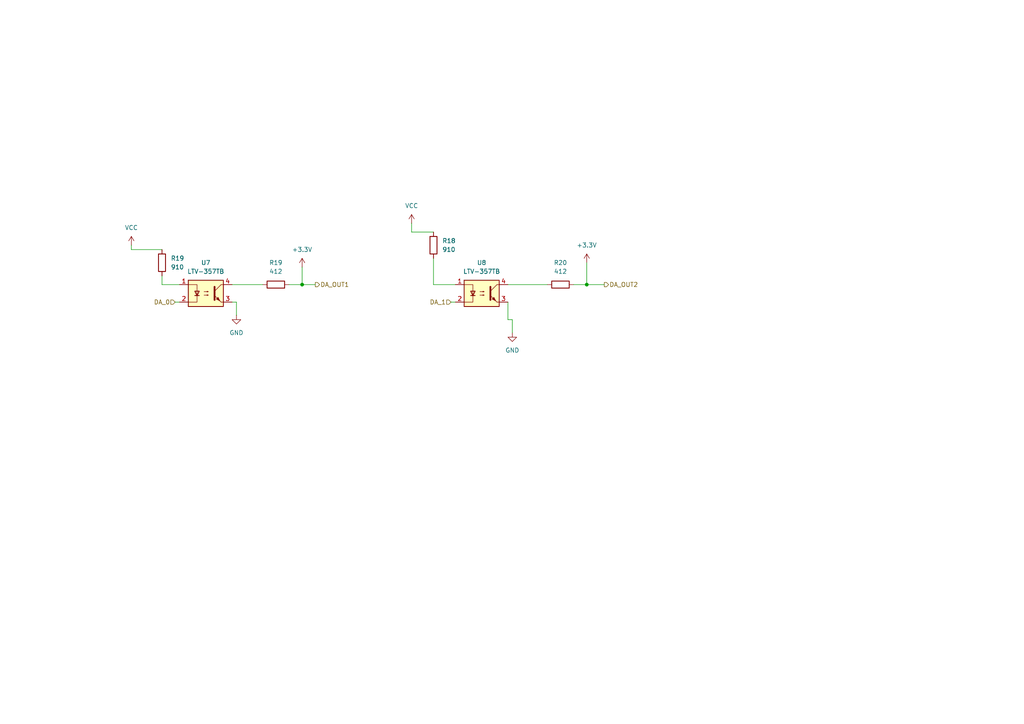
<source format=kicad_sch>
(kicad_sch
	(version 20250114)
	(generator "eeschema")
	(generator_version "9.0")
	(uuid "1fb21f7b-1020-432c-8dcb-f9fe1f4f64e9")
	(paper "A4")
	(lib_symbols
		(symbol "Device:R"
			(pin_numbers
				(hide yes)
			)
			(pin_names
				(offset 0)
			)
			(exclude_from_sim no)
			(in_bom yes)
			(on_board yes)
			(property "Reference" "R"
				(at 2.032 0 90)
				(effects
					(font
						(size 1.27 1.27)
					)
				)
			)
			(property "Value" "R"
				(at 0 0 90)
				(effects
					(font
						(size 1.27 1.27)
					)
				)
			)
			(property "Footprint" ""
				(at -1.778 0 90)
				(effects
					(font
						(size 1.27 1.27)
					)
					(hide yes)
				)
			)
			(property "Datasheet" "~"
				(at 0 0 0)
				(effects
					(font
						(size 1.27 1.27)
					)
					(hide yes)
				)
			)
			(property "Description" "Resistor"
				(at 0 0 0)
				(effects
					(font
						(size 1.27 1.27)
					)
					(hide yes)
				)
			)
			(property "ki_keywords" "R res resistor"
				(at 0 0 0)
				(effects
					(font
						(size 1.27 1.27)
					)
					(hide yes)
				)
			)
			(property "ki_fp_filters" "R_*"
				(at 0 0 0)
				(effects
					(font
						(size 1.27 1.27)
					)
					(hide yes)
				)
			)
			(symbol "R_0_1"
				(rectangle
					(start -1.016 -2.54)
					(end 1.016 2.54)
					(stroke
						(width 0.254)
						(type default)
					)
					(fill
						(type none)
					)
				)
			)
			(symbol "R_1_1"
				(pin passive line
					(at 0 3.81 270)
					(length 1.27)
					(name "~"
						(effects
							(font
								(size 1.27 1.27)
							)
						)
					)
					(number "1"
						(effects
							(font
								(size 1.27 1.27)
							)
						)
					)
				)
				(pin passive line
					(at 0 -3.81 90)
					(length 1.27)
					(name "~"
						(effects
							(font
								(size 1.27 1.27)
							)
						)
					)
					(number "2"
						(effects
							(font
								(size 1.27 1.27)
							)
						)
					)
				)
			)
			(embedded_fonts no)
		)
		(symbol "Isolator:LTV-357T"
			(pin_names
				(offset 1.016)
			)
			(exclude_from_sim no)
			(in_bom yes)
			(on_board yes)
			(property "Reference" "U"
				(at -5.334 4.826 0)
				(effects
					(font
						(size 1.27 1.27)
					)
					(justify left)
				)
			)
			(property "Value" "LTV-357T"
				(at 0 5.08 0)
				(effects
					(font
						(size 1.27 1.27)
					)
					(justify left)
				)
			)
			(property "Footprint" "Package_SO:SO-4_4.4x3.6mm_P2.54mm"
				(at -5.08 -5.08 0)
				(effects
					(font
						(size 1.27 1.27)
						(italic yes)
					)
					(justify left)
					(hide yes)
				)
			)
			(property "Datasheet" "https://www.buerklin.com/medias/sys_master/download/download/h91/ha0/8892020588574.pdf"
				(at 0 0 0)
				(effects
					(font
						(size 1.27 1.27)
					)
					(justify left)
					(hide yes)
				)
			)
			(property "Description" "DC Optocoupler, Vce 35V, CTR 50%, SO-4"
				(at 0 0 0)
				(effects
					(font
						(size 1.27 1.27)
					)
					(hide yes)
				)
			)
			(property "ki_keywords" "NPN DC Optocoupler"
				(at 0 0 0)
				(effects
					(font
						(size 1.27 1.27)
					)
					(hide yes)
				)
			)
			(property "ki_fp_filters" "SO*4.4x3.6mm*P2.54mm*"
				(at 0 0 0)
				(effects
					(font
						(size 1.27 1.27)
					)
					(hide yes)
				)
			)
			(symbol "LTV-357T_0_1"
				(rectangle
					(start -5.08 3.81)
					(end 5.08 -3.81)
					(stroke
						(width 0.254)
						(type default)
					)
					(fill
						(type background)
					)
				)
				(polyline
					(pts
						(xy -5.08 2.54) (xy -2.54 2.54) (xy -2.54 -0.762)
					)
					(stroke
						(width 0)
						(type default)
					)
					(fill
						(type none)
					)
				)
				(polyline
					(pts
						(xy -3.175 -0.635) (xy -1.905 -0.635)
					)
					(stroke
						(width 0.254)
						(type default)
					)
					(fill
						(type none)
					)
				)
				(polyline
					(pts
						(xy -2.54 -0.635) (xy -2.54 -2.54) (xy -5.08 -2.54)
					)
					(stroke
						(width 0)
						(type default)
					)
					(fill
						(type none)
					)
				)
				(polyline
					(pts
						(xy -2.54 -0.635) (xy -3.175 0.635) (xy -1.905 0.635) (xy -2.54 -0.635)
					)
					(stroke
						(width 0.254)
						(type default)
					)
					(fill
						(type none)
					)
				)
				(polyline
					(pts
						(xy -0.508 0.508) (xy 0.762 0.508) (xy 0.381 0.381) (xy 0.381 0.635) (xy 0.762 0.508)
					)
					(stroke
						(width 0)
						(type default)
					)
					(fill
						(type none)
					)
				)
				(polyline
					(pts
						(xy -0.508 -0.508) (xy 0.762 -0.508) (xy 0.381 -0.635) (xy 0.381 -0.381) (xy 0.762 -0.508)
					)
					(stroke
						(width 0)
						(type default)
					)
					(fill
						(type none)
					)
				)
				(polyline
					(pts
						(xy 2.54 1.905) (xy 2.54 -1.905) (xy 2.54 -1.905)
					)
					(stroke
						(width 0.508)
						(type default)
					)
					(fill
						(type none)
					)
				)
				(polyline
					(pts
						(xy 2.54 0.635) (xy 4.445 2.54)
					)
					(stroke
						(width 0)
						(type default)
					)
					(fill
						(type none)
					)
				)
				(polyline
					(pts
						(xy 3.048 -1.651) (xy 3.556 -1.143) (xy 4.064 -2.159) (xy 3.048 -1.651) (xy 3.048 -1.651)
					)
					(stroke
						(width 0)
						(type default)
					)
					(fill
						(type outline)
					)
				)
				(polyline
					(pts
						(xy 4.445 2.54) (xy 5.08 2.54)
					)
					(stroke
						(width 0)
						(type default)
					)
					(fill
						(type none)
					)
				)
				(polyline
					(pts
						(xy 4.445 -2.54) (xy 2.54 -0.635)
					)
					(stroke
						(width 0)
						(type default)
					)
					(fill
						(type outline)
					)
				)
				(polyline
					(pts
						(xy 4.445 -2.54) (xy 5.08 -2.54)
					)
					(stroke
						(width 0)
						(type default)
					)
					(fill
						(type none)
					)
				)
			)
			(symbol "LTV-357T_1_1"
				(pin passive line
					(at -7.62 2.54 0)
					(length 2.54)
					(name "~"
						(effects
							(font
								(size 1.27 1.27)
							)
						)
					)
					(number "1"
						(effects
							(font
								(size 1.27 1.27)
							)
						)
					)
				)
				(pin passive line
					(at -7.62 -2.54 0)
					(length 2.54)
					(name "~"
						(effects
							(font
								(size 1.27 1.27)
							)
						)
					)
					(number "2"
						(effects
							(font
								(size 1.27 1.27)
							)
						)
					)
				)
				(pin passive line
					(at 7.62 2.54 180)
					(length 2.54)
					(name "~"
						(effects
							(font
								(size 1.27 1.27)
							)
						)
					)
					(number "4"
						(effects
							(font
								(size 1.27 1.27)
							)
						)
					)
				)
				(pin passive line
					(at 7.62 -2.54 180)
					(length 2.54)
					(name "~"
						(effects
							(font
								(size 1.27 1.27)
							)
						)
					)
					(number "3"
						(effects
							(font
								(size 1.27 1.27)
							)
						)
					)
				)
			)
			(embedded_fonts no)
		)
		(symbol "power:+3.3V"
			(power)
			(pin_numbers
				(hide yes)
			)
			(pin_names
				(offset 0)
				(hide yes)
			)
			(exclude_from_sim no)
			(in_bom yes)
			(on_board yes)
			(property "Reference" "#PWR"
				(at 0 -3.81 0)
				(effects
					(font
						(size 1.27 1.27)
					)
					(hide yes)
				)
			)
			(property "Value" "+3.3V"
				(at 0 3.556 0)
				(effects
					(font
						(size 1.27 1.27)
					)
				)
			)
			(property "Footprint" ""
				(at 0 0 0)
				(effects
					(font
						(size 1.27 1.27)
					)
					(hide yes)
				)
			)
			(property "Datasheet" ""
				(at 0 0 0)
				(effects
					(font
						(size 1.27 1.27)
					)
					(hide yes)
				)
			)
			(property "Description" "Power symbol creates a global label with name \"+3.3V\""
				(at 0 0 0)
				(effects
					(font
						(size 1.27 1.27)
					)
					(hide yes)
				)
			)
			(property "ki_keywords" "global power"
				(at 0 0 0)
				(effects
					(font
						(size 1.27 1.27)
					)
					(hide yes)
				)
			)
			(symbol "+3.3V_0_1"
				(polyline
					(pts
						(xy -0.762 1.27) (xy 0 2.54)
					)
					(stroke
						(width 0)
						(type default)
					)
					(fill
						(type none)
					)
				)
				(polyline
					(pts
						(xy 0 2.54) (xy 0.762 1.27)
					)
					(stroke
						(width 0)
						(type default)
					)
					(fill
						(type none)
					)
				)
				(polyline
					(pts
						(xy 0 0) (xy 0 2.54)
					)
					(stroke
						(width 0)
						(type default)
					)
					(fill
						(type none)
					)
				)
			)
			(symbol "+3.3V_1_1"
				(pin power_in line
					(at 0 0 90)
					(length 0)
					(name "~"
						(effects
							(font
								(size 1.27 1.27)
							)
						)
					)
					(number "1"
						(effects
							(font
								(size 1.27 1.27)
							)
						)
					)
				)
			)
			(embedded_fonts no)
		)
		(symbol "power:GND"
			(power)
			(pin_numbers
				(hide yes)
			)
			(pin_names
				(offset 0)
				(hide yes)
			)
			(exclude_from_sim no)
			(in_bom yes)
			(on_board yes)
			(property "Reference" "#PWR"
				(at 0 -6.35 0)
				(effects
					(font
						(size 1.27 1.27)
					)
					(hide yes)
				)
			)
			(property "Value" "GND"
				(at 0 -3.81 0)
				(effects
					(font
						(size 1.27 1.27)
					)
				)
			)
			(property "Footprint" ""
				(at 0 0 0)
				(effects
					(font
						(size 1.27 1.27)
					)
					(hide yes)
				)
			)
			(property "Datasheet" ""
				(at 0 0 0)
				(effects
					(font
						(size 1.27 1.27)
					)
					(hide yes)
				)
			)
			(property "Description" "Power symbol creates a global label with name \"GND\" , ground"
				(at 0 0 0)
				(effects
					(font
						(size 1.27 1.27)
					)
					(hide yes)
				)
			)
			(property "ki_keywords" "global power"
				(at 0 0 0)
				(effects
					(font
						(size 1.27 1.27)
					)
					(hide yes)
				)
			)
			(symbol "GND_0_1"
				(polyline
					(pts
						(xy 0 0) (xy 0 -1.27) (xy 1.27 -1.27) (xy 0 -2.54) (xy -1.27 -1.27) (xy 0 -1.27)
					)
					(stroke
						(width 0)
						(type default)
					)
					(fill
						(type none)
					)
				)
			)
			(symbol "GND_1_1"
				(pin power_in line
					(at 0 0 270)
					(length 0)
					(name "~"
						(effects
							(font
								(size 1.27 1.27)
							)
						)
					)
					(number "1"
						(effects
							(font
								(size 1.27 1.27)
							)
						)
					)
				)
			)
			(embedded_fonts no)
		)
		(symbol "power:VCC"
			(power)
			(pin_numbers
				(hide yes)
			)
			(pin_names
				(offset 0)
				(hide yes)
			)
			(exclude_from_sim no)
			(in_bom yes)
			(on_board yes)
			(property "Reference" "#PWR"
				(at 0 -3.81 0)
				(effects
					(font
						(size 1.27 1.27)
					)
					(hide yes)
				)
			)
			(property "Value" "VCC"
				(at 0 3.556 0)
				(effects
					(font
						(size 1.27 1.27)
					)
				)
			)
			(property "Footprint" ""
				(at 0 0 0)
				(effects
					(font
						(size 1.27 1.27)
					)
					(hide yes)
				)
			)
			(property "Datasheet" ""
				(at 0 0 0)
				(effects
					(font
						(size 1.27 1.27)
					)
					(hide yes)
				)
			)
			(property "Description" "Power symbol creates a global label with name \"VCC\""
				(at 0 0 0)
				(effects
					(font
						(size 1.27 1.27)
					)
					(hide yes)
				)
			)
			(property "ki_keywords" "global power"
				(at 0 0 0)
				(effects
					(font
						(size 1.27 1.27)
					)
					(hide yes)
				)
			)
			(symbol "VCC_0_1"
				(polyline
					(pts
						(xy -0.762 1.27) (xy 0 2.54)
					)
					(stroke
						(width 0)
						(type default)
					)
					(fill
						(type none)
					)
				)
				(polyline
					(pts
						(xy 0 2.54) (xy 0.762 1.27)
					)
					(stroke
						(width 0)
						(type default)
					)
					(fill
						(type none)
					)
				)
				(polyline
					(pts
						(xy 0 0) (xy 0 2.54)
					)
					(stroke
						(width 0)
						(type default)
					)
					(fill
						(type none)
					)
				)
			)
			(symbol "VCC_1_1"
				(pin power_in line
					(at 0 0 90)
					(length 0)
					(name "~"
						(effects
							(font
								(size 1.27 1.27)
							)
						)
					)
					(number "1"
						(effects
							(font
								(size 1.27 1.27)
							)
						)
					)
				)
			)
			(embedded_fonts no)
		)
	)
	(junction
		(at 170.18 82.55)
		(diameter 0)
		(color 0 0 0 0)
		(uuid "68adb387-4c1d-4d76-9996-bc51d0286c9b")
	)
	(junction
		(at 87.63 82.55)
		(diameter 0)
		(color 0 0 0 0)
		(uuid "818bc0ea-7570-414e-a9fc-7ba6ee919028")
	)
	(wire
		(pts
			(xy 68.58 91.44) (xy 68.58 87.63)
		)
		(stroke
			(width 0)
			(type default)
		)
		(uuid "014c2b0f-00d9-4de9-ac07-7d6964c941d7")
	)
	(wire
		(pts
			(xy 38.1 72.39) (xy 38.1 71.12)
		)
		(stroke
			(width 0)
			(type default)
		)
		(uuid "04db97a5-8665-48d7-9574-68c192f48f91")
	)
	(wire
		(pts
			(xy 125.73 82.55) (xy 132.08 82.55)
		)
		(stroke
			(width 0)
			(type default)
		)
		(uuid "0b88bd09-60d4-4291-9243-e7f668259804")
	)
	(wire
		(pts
			(xy 170.18 82.55) (xy 175.26 82.55)
		)
		(stroke
			(width 0)
			(type default)
		)
		(uuid "2711b68c-999b-4fa2-9bdb-006dbdfbdce9")
	)
	(wire
		(pts
			(xy 119.38 64.77) (xy 119.38 67.31)
		)
		(stroke
			(width 0)
			(type default)
		)
		(uuid "2ee937cc-4749-4d21-9fa3-46c852ca19a8")
	)
	(wire
		(pts
			(xy 170.18 76.2) (xy 170.18 82.55)
		)
		(stroke
			(width 0)
			(type default)
		)
		(uuid "3535b6d5-d5d5-4eb9-8c3a-c05c6e73e08e")
	)
	(wire
		(pts
			(xy 50.8 87.63) (xy 52.07 87.63)
		)
		(stroke
			(width 0)
			(type default)
		)
		(uuid "5149c7a9-4376-4b75-9478-e1816f4d5114")
	)
	(wire
		(pts
			(xy 87.63 77.47) (xy 87.63 82.55)
		)
		(stroke
			(width 0)
			(type default)
		)
		(uuid "58687fae-32b9-4b23-ab31-4f0b9f198da6")
	)
	(wire
		(pts
			(xy 147.32 92.71) (xy 147.32 87.63)
		)
		(stroke
			(width 0)
			(type default)
		)
		(uuid "599f5b23-f0ec-4f28-b1ed-df0fcb3eddb5")
	)
	(wire
		(pts
			(xy 147.32 82.55) (xy 158.75 82.55)
		)
		(stroke
			(width 0)
			(type default)
		)
		(uuid "66614b74-80c4-486b-8c04-004c25fb96a8")
	)
	(wire
		(pts
			(xy 148.59 96.52) (xy 148.59 92.71)
		)
		(stroke
			(width 0)
			(type default)
		)
		(uuid "6fbfaa6a-9ec9-4ab2-adeb-e0bbaa6663ec")
	)
	(wire
		(pts
			(xy 68.58 87.63) (xy 67.31 87.63)
		)
		(stroke
			(width 0)
			(type default)
		)
		(uuid "80abb1f8-cf79-4abd-adb5-82fb3c9768d9")
	)
	(wire
		(pts
			(xy 67.31 82.55) (xy 76.2 82.55)
		)
		(stroke
			(width 0)
			(type default)
		)
		(uuid "a6ae6a5d-ca41-41de-8b10-c9e46a7766e6")
	)
	(wire
		(pts
			(xy 148.59 92.71) (xy 147.32 92.71)
		)
		(stroke
			(width 0)
			(type default)
		)
		(uuid "b320ec8d-b58e-48dc-ab3d-35f64864a20e")
	)
	(wire
		(pts
			(xy 46.99 72.39) (xy 38.1 72.39)
		)
		(stroke
			(width 0)
			(type default)
		)
		(uuid "baa2111b-46ce-486c-a43d-ee766c4449f1")
	)
	(wire
		(pts
			(xy 83.82 82.55) (xy 87.63 82.55)
		)
		(stroke
			(width 0)
			(type default)
		)
		(uuid "cc3c4cd9-7243-40bd-865b-6a701592ca5a")
	)
	(wire
		(pts
			(xy 87.63 82.55) (xy 91.44 82.55)
		)
		(stroke
			(width 0)
			(type default)
		)
		(uuid "d37bff90-0461-4f49-a7a3-c32d43866e98")
	)
	(wire
		(pts
			(xy 166.37 82.55) (xy 170.18 82.55)
		)
		(stroke
			(width 0)
			(type default)
		)
		(uuid "d665415c-2e55-4fea-ad6e-0422306417a2")
	)
	(wire
		(pts
			(xy 119.38 67.31) (xy 125.73 67.31)
		)
		(stroke
			(width 0)
			(type default)
		)
		(uuid "d8768ea7-3281-4a65-946b-2346505f59bb")
	)
	(wire
		(pts
			(xy 52.07 82.55) (xy 46.99 82.55)
		)
		(stroke
			(width 0)
			(type default)
		)
		(uuid "da19e3fe-1f0a-4694-b06b-fa15f1b7f63a")
	)
	(wire
		(pts
			(xy 130.81 87.63) (xy 132.08 87.63)
		)
		(stroke
			(width 0)
			(type default)
		)
		(uuid "dfd8789c-fc2f-480e-a428-76be5e28960a")
	)
	(wire
		(pts
			(xy 125.73 74.93) (xy 125.73 82.55)
		)
		(stroke
			(width 0)
			(type default)
		)
		(uuid "e7dc5b7f-d92c-4e59-8cca-e0d56cac7739")
	)
	(wire
		(pts
			(xy 46.99 82.55) (xy 46.99 80.01)
		)
		(stroke
			(width 0)
			(type default)
		)
		(uuid "ea028844-f1bd-4c4c-aacf-4835246d3aec")
	)
	(hierarchical_label "DA_OUT2"
		(shape output)
		(at 175.26 82.55 0)
		(effects
			(font
				(size 1.27 1.27)
			)
			(justify left)
		)
		(uuid "5767833e-b4f5-4772-86f2-ea4b0367c44a")
	)
	(hierarchical_label "DA_0"
		(shape input)
		(at 50.8 87.63 180)
		(effects
			(font
				(size 1.27 1.27)
			)
			(justify right)
		)
		(uuid "80386d94-d4b0-4f40-bdee-4773a90131ba")
	)
	(hierarchical_label "DA_OUT1"
		(shape output)
		(at 91.44 82.55 0)
		(effects
			(font
				(size 1.27 1.27)
			)
			(justify left)
		)
		(uuid "90bc780b-2ef4-47cf-ab21-6ccf945e172e")
	)
	(hierarchical_label "DA_1"
		(shape input)
		(at 130.81 87.63 180)
		(effects
			(font
				(size 1.27 1.27)
			)
			(justify right)
		)
		(uuid "abf1d5d6-511c-4e86-9231-dddaacdcbf2d")
	)
	(symbol
		(lib_id "power:+3.3V")
		(at 170.18 76.2 0)
		(unit 1)
		(exclude_from_sim no)
		(in_bom yes)
		(on_board yes)
		(dnp no)
		(fields_autoplaced yes)
		(uuid "515384e8-a0b6-43b5-a391-74963c0a40c4")
		(property "Reference" "#PWR040"
			(at 170.18 80.01 0)
			(effects
				(font
					(size 1.27 1.27)
				)
				(hide yes)
			)
		)
		(property "Value" "+3.3V"
			(at 170.18 71.12 0)
			(effects
				(font
					(size 1.27 1.27)
				)
			)
		)
		(property "Footprint" ""
			(at 170.18 76.2 0)
			(effects
				(font
					(size 1.27 1.27)
				)
				(hide yes)
			)
		)
		(property "Datasheet" ""
			(at 170.18 76.2 0)
			(effects
				(font
					(size 1.27 1.27)
				)
				(hide yes)
			)
		)
		(property "Description" "Power symbol creates a global label with name \"+3.3V\""
			(at 170.18 76.2 0)
			(effects
				(font
					(size 1.27 1.27)
				)
				(hide yes)
			)
		)
		(pin "1"
			(uuid "ff07c4d4-6502-4fdb-8b8c-184ad6761029")
		)
		(instances
			(project "NIVARA PROJECT"
				(path "/dc6fb271-dfd0-4448-98f1-862b1cc93a80/2ca62569-d560-4cca-9470-52fd378086ae/15cacb5b-2319-47d5-b4b2-e2c119aa60ab"
					(reference "#PWR040")
					(unit 1)
				)
			)
		)
	)
	(symbol
		(lib_id "Isolator:LTV-357T")
		(at 59.69 85.09 0)
		(unit 1)
		(exclude_from_sim no)
		(in_bom yes)
		(on_board yes)
		(dnp no)
		(fields_autoplaced yes)
		(uuid "8941b3df-0541-422d-8b8d-b7d5eaa80e50")
		(property "Reference" "U7"
			(at 59.69 76.2 0)
			(effects
				(font
					(size 1.27 1.27)
				)
			)
		)
		(property "Value" "LTV-357TB"
			(at 59.69 78.74 0)
			(effects
				(font
					(size 1.27 1.27)
				)
			)
		)
		(property "Footprint" "Package_SO:SO-4_4.4x3.6mm_P2.54mm"
			(at 54.61 90.17 0)
			(effects
				(font
					(size 1.27 1.27)
					(italic yes)
				)
				(justify left)
				(hide yes)
			)
		)
		(property "Datasheet" "https://www.buerklin.com/medias/sys_master/download/download/h91/ha0/8892020588574.pdf"
			(at 59.69 85.09 0)
			(effects
				(font
					(size 1.27 1.27)
				)
				(justify left)
				(hide yes)
			)
		)
		(property "Description" "DC Optocoupler, Vce 35V, CTR 50%, SO-4"
			(at 59.69 85.09 0)
			(effects
				(font
					(size 1.27 1.27)
				)
				(hide yes)
			)
		)
		(pin "3"
			(uuid "d398a175-b7a8-4eb7-8193-6551d94ee85c")
		)
		(pin "1"
			(uuid "10d552bf-ee51-4f11-bf5e-4a0f6649795a")
		)
		(pin "2"
			(uuid "96c47374-73ea-4071-85c2-dded1a153366")
		)
		(pin "4"
			(uuid "33c9c732-4990-4709-8943-fe582073e77d")
		)
		(instances
			(project "NIVARA PROJECT"
				(path "/dc6fb271-dfd0-4448-98f1-862b1cc93a80/2ca62569-d560-4cca-9470-52fd378086ae/15cacb5b-2319-47d5-b4b2-e2c119aa60ab"
					(reference "U7")
					(unit 1)
				)
			)
		)
	)
	(symbol
		(lib_id "power:GND")
		(at 68.58 91.44 0)
		(unit 1)
		(exclude_from_sim no)
		(in_bom yes)
		(on_board yes)
		(dnp no)
		(fields_autoplaced yes)
		(uuid "8bef7da4-250c-42f5-982f-70a5f443fefc")
		(property "Reference" "#PWR042"
			(at 68.58 97.79 0)
			(effects
				(font
					(size 1.27 1.27)
				)
				(hide yes)
			)
		)
		(property "Value" "GND"
			(at 68.58 96.52 0)
			(effects
				(font
					(size 1.27 1.27)
				)
			)
		)
		(property "Footprint" ""
			(at 68.58 91.44 0)
			(effects
				(font
					(size 1.27 1.27)
				)
				(hide yes)
			)
		)
		(property "Datasheet" ""
			(at 68.58 91.44 0)
			(effects
				(font
					(size 1.27 1.27)
				)
				(hide yes)
			)
		)
		(property "Description" "Power symbol creates a global label with name \"GND\" , ground"
			(at 68.58 91.44 0)
			(effects
				(font
					(size 1.27 1.27)
				)
				(hide yes)
			)
		)
		(pin "1"
			(uuid "3dbf134c-653a-4f53-8168-b473558d0249")
		)
		(instances
			(project "NIVARA PROJECT"
				(path "/dc6fb271-dfd0-4448-98f1-862b1cc93a80/2ca62569-d560-4cca-9470-52fd378086ae/15cacb5b-2319-47d5-b4b2-e2c119aa60ab"
					(reference "#PWR042")
					(unit 1)
				)
			)
		)
	)
	(symbol
		(lib_id "power:+3.3V")
		(at 87.63 77.47 0)
		(unit 1)
		(exclude_from_sim no)
		(in_bom yes)
		(on_board yes)
		(dnp no)
		(fields_autoplaced yes)
		(uuid "a3f87b7c-58b9-4090-b888-3a4efb956f54")
		(property "Reference" "#PWR043"
			(at 87.63 81.28 0)
			(effects
				(font
					(size 1.27 1.27)
				)
				(hide yes)
			)
		)
		(property "Value" "+3.3V"
			(at 87.63 72.39 0)
			(effects
				(font
					(size 1.27 1.27)
				)
			)
		)
		(property "Footprint" ""
			(at 87.63 77.47 0)
			(effects
				(font
					(size 1.27 1.27)
				)
				(hide yes)
			)
		)
		(property "Datasheet" ""
			(at 87.63 77.47 0)
			(effects
				(font
					(size 1.27 1.27)
				)
				(hide yes)
			)
		)
		(property "Description" "Power symbol creates a global label with name \"+3.3V\""
			(at 87.63 77.47 0)
			(effects
				(font
					(size 1.27 1.27)
				)
				(hide yes)
			)
		)
		(pin "1"
			(uuid "49e90bef-e2f1-42c3-97ce-48b386bb2415")
		)
		(instances
			(project "NIVARA PROJECT"
				(path "/dc6fb271-dfd0-4448-98f1-862b1cc93a80/2ca62569-d560-4cca-9470-52fd378086ae/15cacb5b-2319-47d5-b4b2-e2c119aa60ab"
					(reference "#PWR043")
					(unit 1)
				)
			)
		)
	)
	(symbol
		(lib_id "Device:R")
		(at 125.73 71.12 180)
		(unit 1)
		(exclude_from_sim no)
		(in_bom yes)
		(on_board yes)
		(dnp no)
		(fields_autoplaced yes)
		(uuid "a679b0a8-9114-4f86-8442-74d3e5370cee")
		(property "Reference" "R18"
			(at 128.27 69.8499 0)
			(effects
				(font
					(size 1.27 1.27)
				)
				(justify right)
			)
		)
		(property "Value" "910"
			(at 128.27 72.3899 0)
			(effects
				(font
					(size 1.27 1.27)
				)
				(justify right)
			)
		)
		(property "Footprint" "Resistor_SMD:R_0603_1608Metric"
			(at 127.508 71.12 90)
			(effects
				(font
					(size 1.27 1.27)
				)
				(hide yes)
			)
		)
		(property "Datasheet" "~"
			(at 125.73 71.12 0)
			(effects
				(font
					(size 1.27 1.27)
				)
				(hide yes)
			)
		)
		(property "Description" "Resistor"
			(at 125.73 71.12 0)
			(effects
				(font
					(size 1.27 1.27)
				)
				(hide yes)
			)
		)
		(property "LCSC#" "C114670"
			(at 125.73 71.12 90)
			(effects
				(font
					(size 1.27 1.27)
				)
				(hide yes)
			)
		)
		(pin "1"
			(uuid "ef1eb7e5-19b7-473c-8b10-622fb74417fa")
		)
		(pin "2"
			(uuid "ec0c9e26-62e2-4227-804d-6852f1928374")
		)
		(instances
			(project "NIVARA PROJECT"
				(path "/dc6fb271-dfd0-4448-98f1-862b1cc93a80/2ca62569-d560-4cca-9470-52fd378086ae/15cacb5b-2319-47d5-b4b2-e2c119aa60ab"
					(reference "R18")
					(unit 1)
				)
			)
		)
	)
	(symbol
		(lib_id "Device:R")
		(at 80.01 82.55 270)
		(unit 1)
		(exclude_from_sim no)
		(in_bom yes)
		(on_board yes)
		(dnp no)
		(fields_autoplaced yes)
		(uuid "a7c4a5fc-b329-4eed-a2ad-8ff5534fdd31")
		(property "Reference" "R19"
			(at 80.01 76.2 90)
			(effects
				(font
					(size 1.27 1.27)
				)
			)
		)
		(property "Value" "412"
			(at 80.01 78.74 90)
			(effects
				(font
					(size 1.27 1.27)
				)
			)
		)
		(property "Footprint" ""
			(at 80.01 80.772 90)
			(effects
				(font
					(size 1.27 1.27)
				)
				(hide yes)
			)
		)
		(property "Datasheet" "~"
			(at 80.01 82.55 0)
			(effects
				(font
					(size 1.27 1.27)
				)
				(hide yes)
			)
		)
		(property "Description" "Resistor"
			(at 80.01 82.55 0)
			(effects
				(font
					(size 1.27 1.27)
				)
				(hide yes)
			)
		)
		(pin "1"
			(uuid "4997dadf-b2d2-423d-bff9-95e126b3eea3")
		)
		(pin "2"
			(uuid "6e5c4f6f-2913-4197-a9c9-b040c67fca32")
		)
		(instances
			(project "NIVARA PROJECT"
				(path "/dc6fb271-dfd0-4448-98f1-862b1cc93a80/2ca62569-d560-4cca-9470-52fd378086ae/15cacb5b-2319-47d5-b4b2-e2c119aa60ab"
					(reference "R19")
					(unit 1)
				)
			)
		)
	)
	(symbol
		(lib_id "power:GND")
		(at 148.59 96.52 0)
		(unit 1)
		(exclude_from_sim no)
		(in_bom yes)
		(on_board yes)
		(dnp no)
		(fields_autoplaced yes)
		(uuid "d22b6c30-7b6f-485e-8b21-5fbd33af130f")
		(property "Reference" "#PWR039"
			(at 148.59 102.87 0)
			(effects
				(font
					(size 1.27 1.27)
				)
				(hide yes)
			)
		)
		(property "Value" "GND"
			(at 148.59 101.6 0)
			(effects
				(font
					(size 1.27 1.27)
				)
			)
		)
		(property "Footprint" ""
			(at 148.59 96.52 0)
			(effects
				(font
					(size 1.27 1.27)
				)
				(hide yes)
			)
		)
		(property "Datasheet" ""
			(at 148.59 96.52 0)
			(effects
				(font
					(size 1.27 1.27)
				)
				(hide yes)
			)
		)
		(property "Description" "Power symbol creates a global label with name \"GND\" , ground"
			(at 148.59 96.52 0)
			(effects
				(font
					(size 1.27 1.27)
				)
				(hide yes)
			)
		)
		(pin "1"
			(uuid "6d8a03ec-8f3c-4c11-a5de-0956a777f94f")
		)
		(instances
			(project "NIVARA PROJECT"
				(path "/dc6fb271-dfd0-4448-98f1-862b1cc93a80/2ca62569-d560-4cca-9470-52fd378086ae/15cacb5b-2319-47d5-b4b2-e2c119aa60ab"
					(reference "#PWR039")
					(unit 1)
				)
			)
		)
	)
	(symbol
		(lib_id "power:VCC")
		(at 119.38 64.77 0)
		(unit 1)
		(exclude_from_sim no)
		(in_bom yes)
		(on_board yes)
		(dnp no)
		(fields_autoplaced yes)
		(uuid "d98a0bcb-d19a-40a3-8648-5fab65d156ed")
		(property "Reference" "#PWR040"
			(at 119.38 68.58 0)
			(effects
				(font
					(size 1.27 1.27)
				)
				(hide yes)
			)
		)
		(property "Value" "VCC"
			(at 119.38 59.69 0)
			(effects
				(font
					(size 1.27 1.27)
				)
			)
		)
		(property "Footprint" ""
			(at 119.38 64.77 0)
			(effects
				(font
					(size 1.27 1.27)
				)
				(hide yes)
			)
		)
		(property "Datasheet" ""
			(at 119.38 64.77 0)
			(effects
				(font
					(size 1.27 1.27)
				)
				(hide yes)
			)
		)
		(property "Description" "Power symbol creates a global label with name \"VCC\""
			(at 119.38 64.77 0)
			(effects
				(font
					(size 1.27 1.27)
				)
				(hide yes)
			)
		)
		(pin "1"
			(uuid "1dcacda9-41a3-41fe-97d3-613066b801b6")
		)
		(instances
			(project "NIVARA PROJECT"
				(path "/dc6fb271-dfd0-4448-98f1-862b1cc93a80/2ca62569-d560-4cca-9470-52fd378086ae/15cacb5b-2319-47d5-b4b2-e2c119aa60ab"
					(reference "#PWR040")
					(unit 1)
				)
			)
		)
	)
	(symbol
		(lib_id "Isolator:LTV-357T")
		(at 139.7 85.09 0)
		(unit 1)
		(exclude_from_sim no)
		(in_bom yes)
		(on_board yes)
		(dnp no)
		(fields_autoplaced yes)
		(uuid "dbe8753d-1c00-47d0-ac20-3e2b515fb6b8")
		(property "Reference" "U8"
			(at 139.7 76.2 0)
			(effects
				(font
					(size 1.27 1.27)
				)
			)
		)
		(property "Value" "LTV-357TB"
			(at 139.7 78.74 0)
			(effects
				(font
					(size 1.27 1.27)
				)
			)
		)
		(property "Footprint" "Package_SO:SO-4_4.4x3.6mm_P2.54mm"
			(at 134.62 90.17 0)
			(effects
				(font
					(size 1.27 1.27)
					(italic yes)
				)
				(justify left)
				(hide yes)
			)
		)
		(property "Datasheet" "https://www.buerklin.com/medias/sys_master/download/download/h91/ha0/8892020588574.pdf"
			(at 139.7 85.09 0)
			(effects
				(font
					(size 1.27 1.27)
				)
				(justify left)
				(hide yes)
			)
		)
		(property "Description" "DC Optocoupler, Vce 35V, CTR 50%, SO-4"
			(at 139.7 85.09 0)
			(effects
				(font
					(size 1.27 1.27)
				)
				(hide yes)
			)
		)
		(pin "3"
			(uuid "38435426-6f92-43f3-90a4-91ce37b64443")
		)
		(pin "1"
			(uuid "45083ab3-5e5b-45be-afd7-325f389ba47d")
		)
		(pin "2"
			(uuid "eb92de25-0e4b-4f17-a6be-6581d809be22")
		)
		(pin "4"
			(uuid "51e08f23-f29c-46e0-954f-2816d2bd0228")
		)
		(instances
			(project "NIVARA PROJECT"
				(path "/dc6fb271-dfd0-4448-98f1-862b1cc93a80/2ca62569-d560-4cca-9470-52fd378086ae/15cacb5b-2319-47d5-b4b2-e2c119aa60ab"
					(reference "U8")
					(unit 1)
				)
			)
		)
	)
	(symbol
		(lib_id "power:VCC")
		(at 38.1 71.12 0)
		(unit 1)
		(exclude_from_sim no)
		(in_bom yes)
		(on_board yes)
		(dnp no)
		(fields_autoplaced yes)
		(uuid "e684c3c1-278e-45b2-9da2-20f4e177d942")
		(property "Reference" "#PWR039"
			(at 38.1 74.93 0)
			(effects
				(font
					(size 1.27 1.27)
				)
				(hide yes)
			)
		)
		(property "Value" "VCC"
			(at 38.1 66.04 0)
			(effects
				(font
					(size 1.27 1.27)
				)
			)
		)
		(property "Footprint" ""
			(at 38.1 71.12 0)
			(effects
				(font
					(size 1.27 1.27)
				)
				(hide yes)
			)
		)
		(property "Datasheet" ""
			(at 38.1 71.12 0)
			(effects
				(font
					(size 1.27 1.27)
				)
				(hide yes)
			)
		)
		(property "Description" "Power symbol creates a global label with name \"VCC\""
			(at 38.1 71.12 0)
			(effects
				(font
					(size 1.27 1.27)
				)
				(hide yes)
			)
		)
		(pin "1"
			(uuid "924cdede-ac20-4963-8968-700d287c2e37")
		)
		(instances
			(project "NIVARA PROJECT"
				(path "/dc6fb271-dfd0-4448-98f1-862b1cc93a80/2ca62569-d560-4cca-9470-52fd378086ae/15cacb5b-2319-47d5-b4b2-e2c119aa60ab"
					(reference "#PWR039")
					(unit 1)
				)
			)
		)
	)
	(symbol
		(lib_id "Device:R")
		(at 46.99 76.2 180)
		(unit 1)
		(exclude_from_sim no)
		(in_bom yes)
		(on_board yes)
		(dnp no)
		(fields_autoplaced yes)
		(uuid "f202f551-54e6-43b4-9ad6-03f4900530ab")
		(property "Reference" "R19"
			(at 49.53 74.9299 0)
			(effects
				(font
					(size 1.27 1.27)
				)
				(justify right)
			)
		)
		(property "Value" "910"
			(at 49.53 77.4699 0)
			(effects
				(font
					(size 1.27 1.27)
				)
				(justify right)
			)
		)
		(property "Footprint" "Resistor_SMD:R_0603_1608Metric"
			(at 48.768 76.2 90)
			(effects
				(font
					(size 1.27 1.27)
				)
				(hide yes)
			)
		)
		(property "Datasheet" "~"
			(at 46.99 76.2 0)
			(effects
				(font
					(size 1.27 1.27)
				)
				(hide yes)
			)
		)
		(property "Description" "Resistor"
			(at 46.99 76.2 0)
			(effects
				(font
					(size 1.27 1.27)
				)
				(hide yes)
			)
		)
		(property "LCSC#" "C114670"
			(at 46.99 76.2 90)
			(effects
				(font
					(size 1.27 1.27)
				)
				(hide yes)
			)
		)
		(pin "1"
			(uuid "d70384b8-4faf-45eb-8989-94b6289e608d")
		)
		(pin "2"
			(uuid "82faa6dc-2020-4cdb-ba82-92dd40432300")
		)
		(instances
			(project "NIVARA PROJECT"
				(path "/dc6fb271-dfd0-4448-98f1-862b1cc93a80/2ca62569-d560-4cca-9470-52fd378086ae/15cacb5b-2319-47d5-b4b2-e2c119aa60ab"
					(reference "R19")
					(unit 1)
				)
			)
		)
	)
	(symbol
		(lib_id "Device:R")
		(at 162.56 82.55 270)
		(unit 1)
		(exclude_from_sim no)
		(in_bom yes)
		(on_board yes)
		(dnp no)
		(fields_autoplaced yes)
		(uuid "faa8ffe8-4d89-4e65-97a1-8b96a41f76c0")
		(property "Reference" "R20"
			(at 162.56 76.2 90)
			(effects
				(font
					(size 1.27 1.27)
				)
			)
		)
		(property "Value" "412"
			(at 162.56 78.74 90)
			(effects
				(font
					(size 1.27 1.27)
				)
			)
		)
		(property "Footprint" ""
			(at 162.56 80.772 90)
			(effects
				(font
					(size 1.27 1.27)
				)
				(hide yes)
			)
		)
		(property "Datasheet" "~"
			(at 162.56 82.55 0)
			(effects
				(font
					(size 1.27 1.27)
				)
				(hide yes)
			)
		)
		(property "Description" "Resistor"
			(at 162.56 82.55 0)
			(effects
				(font
					(size 1.27 1.27)
				)
				(hide yes)
			)
		)
		(pin "1"
			(uuid "d6936c28-d9a4-44e0-a825-d33b179ca8e3")
		)
		(pin "2"
			(uuid "141d7271-69b0-452c-8061-df9918544cd6")
		)
		(instances
			(project "NIVARA PROJECT"
				(path "/dc6fb271-dfd0-4448-98f1-862b1cc93a80/2ca62569-d560-4cca-9470-52fd378086ae/15cacb5b-2319-47d5-b4b2-e2c119aa60ab"
					(reference "R20")
					(unit 1)
				)
			)
		)
	)
)

</source>
